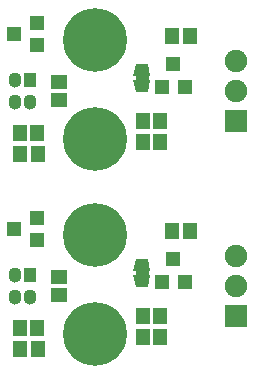
<source format=gts>
%FSLAX45Y45*%
G04 Gerber Fmt 4.5, Leading zero omitted, Abs format (unit mm)*
G04 Created by KiCad (PCBNEW (2014-07-12 BZR 4289 GOST-COMMITTERS)-product) date 15.03.2017 23:13:34*
%MOMM*%
G01*
G04 APERTURE LIST*
%ADD10C,0.150000*%
%ADD11C,1.100000*%
%ADD12R,1.300000X1.400000*%
%ADD13R,1.289000X1.416000*%
%ADD14C,5.400000*%
%ADD15R,1.100000X1.300000*%
%ADD16O,1.100000X1.300000*%
%ADD17C,1.900000*%
%ADD18R,1.900000X1.900000*%
%ADD19R,1.200000X1.300000*%
%ADD20R,1.300000X1.200000*%
%ADD21R,1.416000X1.289000*%
G04 APERTURE END LIST*
D10*
D11*
X11219080Y-8925720D02*
X11219080Y-8985720D01*
X11219080Y-10575720D02*
X11219080Y-10635720D01*
D12*
X10186600Y-9424400D03*
X10336600Y-9424400D03*
D13*
X10337800Y-9602200D03*
X10185400Y-9602200D03*
D14*
X10820400Y-8637000D03*
X10820400Y-9475200D03*
D15*
X10275800Y-8973800D03*
D16*
X10145800Y-8973800D03*
X10145800Y-9163800D03*
X10275800Y-9163800D03*
D17*
X12014200Y-8814800D03*
D18*
X12014200Y-9322800D03*
D17*
X12014200Y-9068800D03*
D19*
X11582830Y-9036260D03*
X11392830Y-9036260D03*
X11487830Y-8836260D03*
D12*
X11479950Y-8599650D03*
X11629950Y-8599650D03*
X11228000Y-9322800D03*
X11378000Y-9322800D03*
X11228000Y-9500600D03*
X11378000Y-9500600D03*
D10*
G36*
X11144080Y-8940720D02*
X11169080Y-8840720D01*
X11269080Y-8840720D01*
X11294080Y-8940720D01*
X11144080Y-8940720D01*
X11144080Y-8940720D01*
G37*
G36*
X11294080Y-8975720D02*
X11269080Y-9075720D01*
X11169080Y-9075720D01*
X11144080Y-8975720D01*
X11294080Y-8975720D01*
X11294080Y-8975720D01*
G37*
D20*
X10336200Y-8491200D03*
X10336200Y-8681200D03*
X10136200Y-8586200D03*
D21*
X10515600Y-8992600D03*
X10515600Y-9145000D03*
X10515600Y-10642600D03*
X10515600Y-10795000D03*
D20*
X10336200Y-10141200D03*
X10336200Y-10331200D03*
X10136200Y-10236200D03*
D10*
G36*
X11144080Y-10590720D02*
X11169080Y-10490720D01*
X11269080Y-10490720D01*
X11294080Y-10590720D01*
X11144080Y-10590720D01*
X11144080Y-10590720D01*
G37*
G36*
X11294080Y-10625720D02*
X11269080Y-10725720D01*
X11169080Y-10725720D01*
X11144080Y-10625720D01*
X11294080Y-10625720D01*
X11294080Y-10625720D01*
G37*
D12*
X11228000Y-11150600D03*
X11378000Y-11150600D03*
X11228000Y-10972800D03*
X11378000Y-10972800D03*
X11479950Y-10249650D03*
X11629950Y-10249650D03*
D19*
X11582830Y-10686260D03*
X11392830Y-10686260D03*
X11487830Y-10486260D03*
D17*
X12014200Y-10464800D03*
D18*
X12014200Y-10972800D03*
D17*
X12014200Y-10718800D03*
D15*
X10275800Y-10623800D03*
D16*
X10145800Y-10623800D03*
X10145800Y-10813800D03*
X10275800Y-10813800D03*
D14*
X10820400Y-11125200D03*
X10820400Y-10287000D03*
D13*
X10337800Y-11252200D03*
X10185400Y-11252200D03*
D12*
X10186600Y-11074400D03*
X10336600Y-11074400D03*
M02*

</source>
